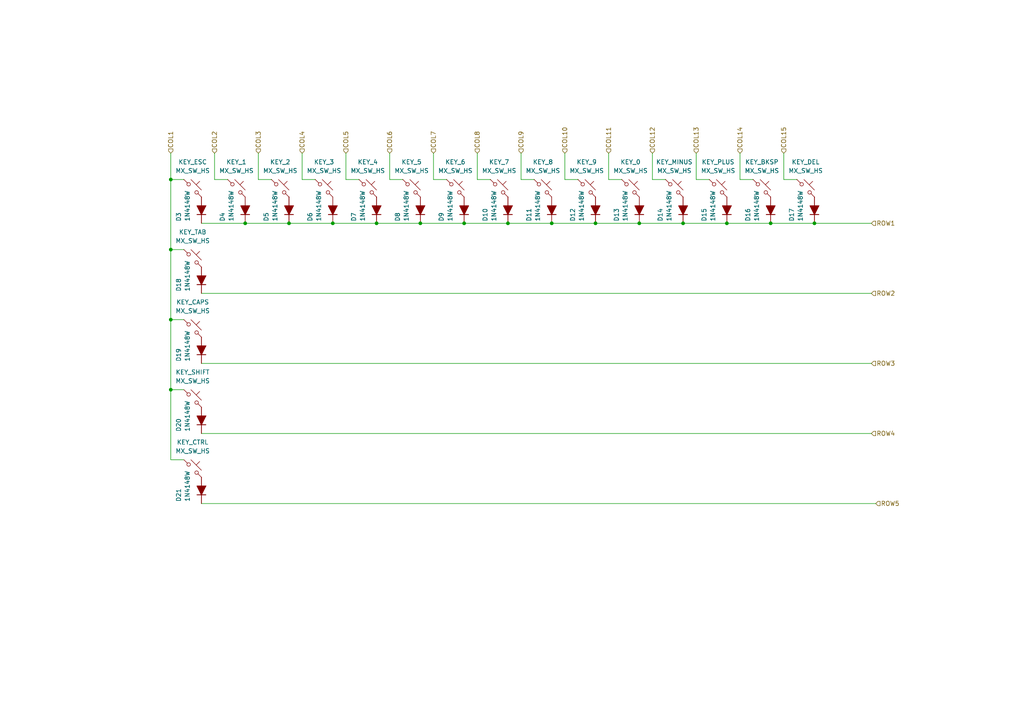
<source format=kicad_sch>
(kicad_sch (version 20250114) (generator "eeschema") (generator_version "9.0")
  (paper "A4")
  (lib_symbols
    (symbol "PCM_Diode_AKL:1N4148W" (pin_numbers (hide yes)) (pin_names (offset 1.016) (hide yes))
      (property "Reference" "D" (at 0 5.08 0))
      (property "Value" "1N4148W" (at 0 2.54 0))
      (symbol "1N4148W_0_1"
        (polyline (pts (xy -1.27 1.27) (xy -1.27 -1.27) (xy 1.27 0) (xy -1.27 1.27)) (stroke (width 0.254)) (fill (type outline)))
        (polyline (pts (xy -1.27 0) (xy 1.27 0)))
        (polyline (pts (xy 1.27 1.27) (xy 1.27 -1.27)) (stroke (width 0.254)))
      )
      (symbol "1N4148W_0_2"
        (polyline (pts (xy -2.54 -2.54) (xy 2.54 2.54)))
        (polyline (pts (xy -0.889 -0.889) (xy -1.778 0) (xy 0.889 0.889) (xy 0 -1.778) (xy -0.889 -0.889)) (stroke (width 0.254)) (fill (type outline)))
        (polyline (pts (xy 0 1.778) (xy 1.778 0)) (stroke (width 0.254)))
      )
      (symbol "1N4148W_1_1"
        (pin passive line (at -3.81 0 0) (length 2.54) (name "A") (number "2"))
        (pin passive line (at 3.81 0 180) (length 2.54) (name "K") (number "1"))
      )
      (symbol "1N4148W_1_2"
        (pin passive line (at -2.54 -2.54 0) (length 0) (name "A") (number "2"))
        (pin passive line (at 2.54 2.54 180) (length 0) (name "K") (number "1"))
      )
    )
    (symbol "PCM_marbastlib-mx:MX_SW_HS_CPG151101S11" (pin_numbers (hide yes)) (pin_names (offset 1.016) (hide yes))
      (property "Reference" "MX" (at 3.048 1.016 0))
      (property "Value" "MX_SW_HS" (at 0 -3.81 0))
      (symbol "MX_SW_HS_CPG151101S11_0_1"
        (polyline (pts (xy -2.54 2.54) (xy -1.524 1.524) (xy -1.524 1.524)))
        (circle (center -1.1684 1.1684) (radius 0.508))
        (polyline (pts (xy -0.508 2.54) (xy 2.54 -0.508)))
        (polyline (pts (xy 1.016 1.016) (xy 2.032 2.032)))
        (circle (center 1.143 -1.1938) (radius 0.508))
        (polyline (pts (xy 1.524 -1.524) (xy 2.54 -2.54) (xy 2.54 -2.54) (xy 2.54 -2.54)))
        (pin passive line (at -2.54 2.54 0) (length 0) (name "1") (number "1"))
        (pin passive line (at 2.54 -2.54 180) (length 0) (name "2") (number "2"))
      )
    )
  )
  (junction (at 109.22 64.77))
  (junction (at 71.12 64.77))
  (junction (at 96.52 64.77))
  (junction (at 223.52 64.77))
  (junction (at 198.12 64.77))
  (junction (at 49.53 72.39))
  (junction (at 121.92 64.77))
  (junction (at 134.62 64.77))
  (junction (at 49.53 113.03))
  (junction (at 49.53 52.07))
  (junction (at 172.72 64.77))
  (junction (at 160.02 64.77))
  (junction (at 83.82 64.77))
  (junction (at 210.82 64.77))
  (junction (at 147.32 64.77))
  (junction (at 49.53 92.71))
  (junction (at 185.42 64.77))
  (junction (at 236.22 64.77))
  (wire (pts (xy 138.43 44.45) (xy 138.43 52.07)))
  (wire (pts (xy 172.72 64.77) (xy 185.42 64.77)))
  (wire (pts (xy 151.13 44.45) (xy 151.13 52.07)))
  (wire (pts (xy 176.53 52.07) (xy 180.34 52.07)))
  (wire (pts (xy 49.53 113.03) (xy 53.34 113.03)))
  (wire (pts (xy 49.53 44.45) (xy 49.53 52.07)))
  (wire (pts (xy 49.53 133.35) (xy 53.34 133.35)))
  (wire (pts (xy 223.52 64.77) (xy 236.22 64.77)))
  (wire (pts (xy 49.53 92.71) (xy 53.34 92.71)))
  (wire (pts (xy 87.63 52.07) (xy 91.44 52.07)))
  (wire (pts (xy 83.82 64.77) (xy 96.52 64.77)))
  (wire (pts (xy 160.02 64.77) (xy 172.72 64.77)))
  (wire (pts (xy 163.83 52.07) (xy 167.64 52.07)))
  (wire (pts (xy 138.43 52.07) (xy 142.24 52.07)))
  (wire (pts (xy 227.33 44.45) (xy 227.33 52.07)))
  (wire (pts (xy 125.73 52.07) (xy 129.54 52.07)))
  (wire (pts (xy 252.73 85.09) (xy 58.42 85.09)))
  (wire (pts (xy 74.93 52.07) (xy 78.74 52.07)))
  (wire (pts (xy 198.12 64.77) (xy 210.82 64.77)))
  (wire (pts (xy 96.52 64.77) (xy 109.22 64.77)))
  (wire (pts (xy 87.63 44.45) (xy 87.63 52.07)))
  (wire (pts (xy 58.42 64.77) (xy 71.12 64.77)))
  (wire (pts (xy 176.53 44.45) (xy 176.53 52.07)))
  (wire (pts (xy 125.73 44.45) (xy 125.73 52.07)))
  (wire (pts (xy 201.93 52.07) (xy 205.74 52.07)))
  (wire (pts (xy 100.33 44.45) (xy 100.33 52.07)))
  (wire (pts (xy 252.73 125.73) (xy 58.42 125.73)))
  (wire (pts (xy 121.92 64.77) (xy 134.62 64.77)))
  (wire (pts (xy 62.23 52.07) (xy 66.04 52.07)))
  (wire (pts (xy 109.22 64.77) (xy 121.92 64.77)))
  (wire (pts (xy 214.63 52.07) (xy 218.44 52.07)))
  (wire (pts (xy 100.33 52.07) (xy 104.14 52.07)))
  (wire (pts (xy 49.53 72.39) (xy 49.53 92.71)))
  (wire (pts (xy 74.93 44.45) (xy 74.93 52.07)))
  (wire (pts (xy 151.13 52.07) (xy 154.94 52.07)))
  (wire (pts (xy 189.23 44.45) (xy 189.23 52.07)))
  (wire (pts (xy 49.53 52.07) (xy 53.34 52.07)))
  (wire (pts (xy 214.63 44.45) (xy 214.63 52.07)))
  (wire (pts (xy 254 146.05) (xy 58.42 146.05)))
  (wire (pts (xy 189.23 52.07) (xy 193.04 52.07)))
  (wire (pts (xy 71.12 64.77) (xy 83.82 64.77)))
  (wire (pts (xy 236.22 64.77) (xy 252.73 64.77)))
  (wire (pts (xy 227.33 52.07) (xy 231.14 52.07)))
  (wire (pts (xy 49.53 113.03) (xy 49.53 133.35)))
  (wire (pts (xy 163.83 44.45) (xy 163.83 52.07)))
  (wire (pts (xy 113.03 52.07) (xy 116.84 52.07)))
  (wire (pts (xy 252.73 105.41) (xy 58.42 105.41)))
  (wire (pts (xy 185.42 64.77) (xy 198.12 64.77)))
  (wire (pts (xy 62.23 44.45) (xy 62.23 52.07)))
  (wire (pts (xy 49.53 72.39) (xy 53.34 72.39)))
  (wire (pts (xy 134.62 64.77) (xy 147.32 64.77)))
  (wire (pts (xy 49.53 92.71) (xy 49.53 113.03)))
  (wire (pts (xy 210.82 64.77) (xy 223.52 64.77)))
  (wire (pts (xy 49.53 52.07) (xy 49.53 72.39)))
  (wire (pts (xy 147.32 64.77) (xy 160.02 64.77)))
  (wire (pts (xy 113.03 44.45) (xy 113.03 52.07)))
  (wire (pts (xy 201.93 44.45) (xy 201.93 52.07)))
  (hierarchical_label "COL2" (shape input) (at 62.23 44.45 90))
  (hierarchical_label "COL4" (shape input) (at 87.63 44.45 90))
  (hierarchical_label "ROW1" (shape input) (at 252.73 64.77 0))
  (hierarchical_label "COL7" (shape input) (at 125.73 44.45 90))
  (hierarchical_label "COL3" (shape input) (at 74.93 44.45 90))
  (hierarchical_label "COL6" (shape input) (at 113.03 44.45 90))
  (hierarchical_label "ROW4" (shape input) (at 252.73 125.73 0))
  (hierarchical_label "COL12" (shape input) (at 189.23 44.45 90))
  (hierarchical_label "ROW3" (shape input) (at 252.73 105.41 0))
  (hierarchical_label "COL11" (shape input) (at 176.53 44.45 90))
  (hierarchical_label "COL1" (shape input) (at 49.53 44.45 90))
  (hierarchical_label "COL13" (shape input) (at 201.93 44.45 90))
  (hierarchical_label "COL10" (shape input) (at 163.83 44.45 90))
  (hierarchical_label "ROW2" (shape input) (at 252.73 85.09 0))
  (hierarchical_label "COL14" (shape input) (at 214.63 44.45 90))
  (hierarchical_label "COL9" (shape input) (at 151.13 44.45 90))
  (hierarchical_label "COL8" (shape input) (at 138.43 44.45 90))
  (hierarchical_label "COL5" (shape input) (at 100.33 44.45 90))
  (hierarchical_label "COL15" (shape input) (at 227.33 44.45 90))
  (hierarchical_label "ROW5" (shape input) (at 254 146.05 0))
  (symbol (lib_id "PCM_Diode_AKL:1N4148W") (at 160.02 60.96 270) (unit 1)
    (property "Reference" "D11" (at 153.416 64.262 0) (effects (justify right)))
    (property "Value" "1N4148W" (at 155.956 64.262 0) (effects (justify right)))
    (property "Footprint" "PCM_Diode_SMD_AKL:D_SOD-123" (effects (hide yes)))
    (property "Datasheet" "https://datasheet.octopart.com/1N4148W-HE3-18-Vishay-datasheet-17291302.pdf" (effects (hide yes)))
    (property "Description" "SOD-123 Diode, Small Signal, Fast Switching, 75V, 150mA, 4ns, Alternate KiCad Library" (effects (hide yes)))
  )
  (symbol (lib_id "PCM_marbastlib-mx:MX_SW_HS_CPG151101S11") (at 182.88 54.61 0) (unit 1)
    (property "Reference" "KEY_0" (at 182.88 46.99 0))
    (property "Value" "MX_SW_HS" (at 182.88 49.53 0))
    (property "Footprint" "PCM_marbastlib-mx:SW_MX_HS_CPG151101S11_1u" (effects (hide yes)))
    (property "Description" "Push button switch, normally open, two pins, 45° tilted, Kailh CPG151101S11 for Cherry MX style switches" (effects (hide yes)))
  )
  (symbol (lib_id "PCM_marbastlib-mx:MX_SW_HS_CPG151101S11") (at 106.68 54.61 0) (unit 1)
    (property "Reference" "KEY_4" (at 106.68 46.99 0))
    (property "Value" "MX_SW_HS" (at 106.68 49.53 0))
    (property "Footprint" "PCM_marbastlib-mx:SW_MX_HS_CPG151101S11_1u" (effects (hide yes)))
    (property "Description" "Push button switch, normally open, two pins, 45° tilted, Kailh CPG151101S11 for Cherry MX style switches" (effects (hide yes)))
  )
  (symbol (lib_id "PCM_marbastlib-mx:MX_SW_HS_CPG151101S11") (at 81.28 54.61 0) (unit 1)
    (property "Reference" "KEY_2" (at 81.28 46.99 0))
    (property "Value" "MX_SW_HS" (at 81.28 49.53 0))
    (property "Footprint" "PCM_marbastlib-mx:SW_MX_HS_CPG151101S11_1u" (effects (hide yes)))
    (property "Description" "Push button switch, normally open, two pins, 45° tilted, Kailh CPG151101S11 for Cherry MX style switches" (effects (hide yes)))
  )
  (symbol (lib_id "PCM_marbastlib-mx:MX_SW_HS_CPG151101S11") (at 157.48 54.61 0) (unit 1)
    (property "Reference" "KEY_8" (at 157.48 46.99 0))
    (property "Value" "MX_SW_HS" (at 157.48 49.53 0))
    (property "Footprint" "PCM_marbastlib-mx:SW_MX_HS_CPG151101S11_1u" (effects (hide yes)))
    (property "Description" "Push button switch, normally open, two pins, 45° tilted, Kailh CPG151101S11 for Cherry MX style switches" (effects (hide yes)))
  )
  (symbol (lib_id "PCM_marbastlib-mx:MX_SW_HS_CPG151101S11") (at 144.78 54.61 0) (unit 1)
    (property "Reference" "KEY_7" (at 144.78 46.99 0))
    (property "Value" "MX_SW_HS" (at 144.78 49.53 0))
    (property "Footprint" "PCM_marbastlib-mx:SW_MX_HS_CPG151101S11_1u" (effects (hide yes)))
    (property "Description" "Push button switch, normally open, two pins, 45° tilted, Kailh CPG151101S11 for Cherry MX style switches" (effects (hide yes)))
  )
  (symbol (lib_id "PCM_marbastlib-mx:MX_SW_HS_CPG151101S11") (at 220.98 54.61 0) (unit 1)
    (property "Reference" "KEY_BKSP" (at 220.98 46.99 0))
    (property "Value" "MX_SW_HS" (at 220.98 49.53 0))
    (property "Footprint" "PCM_marbastlib-mx:SW_MX_HS_CPG151101S11_1u" (effects (hide yes)))
    (property "Description" "Push button switch, normally open, two pins, 45° tilted, Kailh CPG151101S11 for Cherry MX style switches" (effects (hide yes)))
  )
  (symbol (lib_id "PCM_marbastlib-mx:MX_SW_HS_CPG151101S11") (at 55.88 135.89 0) (unit 1)
    (property "Reference" "KEY_CTRL" (at 55.88 128.27 0))
    (property "Value" "MX_SW_HS" (at 55.88 130.81 0))
    (property "Footprint" "PCM_marbastlib-mx:SW_MX_HS_CPG151101S11_1u" (effects (hide yes)))
    (property "Description" "Push button switch, normally open, two pins, 45° tilted, Kailh CPG151101S11 for Cherry MX style switches" (effects (hide yes)))
  )
  (symbol (lib_id "PCM_Diode_AKL:1N4148W") (at 58.42 101.6 270) (unit 1)
    (property "Reference" "D19" (at 51.816 104.902 0) (effects (justify right)))
    (property "Value" "1N4148W" (at 54.356 104.902 0) (effects (justify right)))
    (property "Footprint" "PCM_Diode_SMD_AKL:D_SOD-123" (effects (hide yes)))
    (property "Datasheet" "https://datasheet.octopart.com/1N4148W-HE3-18-Vishay-datasheet-17291302.pdf" (effects (hide yes)))
    (property "Description" "SOD-123 Diode, Small Signal, Fast Switching, 75V, 150mA, 4ns, Alternate KiCad Library" (effects (hide yes)))
  )
  (symbol (lib_id "PCM_marbastlib-mx:MX_SW_HS_CPG151101S11") (at 55.88 54.61 0) (unit 1)
    (property "Reference" "KEY_ESC" (at 55.88 46.99 0))
    (property "Value" "MX_SW_HS" (at 55.88 49.53 0))
    (property "Footprint" "PCM_marbastlib-mx:SW_MX_HS_CPG151101S11_1u" (effects (hide yes)))
    (property "Description" "Push button switch, normally open, two pins, 45° tilted, Kailh CPG151101S11 for Cherry MX style switches" (effects (hide yes)))
  )
  (symbol (lib_id "PCM_marbastlib-mx:MX_SW_HS_CPG151101S11") (at 68.58 54.61 0) (unit 1)
    (property "Reference" "KEY_1" (at 68.58 46.99 0))
    (property "Value" "MX_SW_HS" (at 68.58 49.53 0))
    (property "Footprint" "PCM_marbastlib-mx:SW_MX_HS_CPG151101S11_1u" (effects (hide yes)))
    (property "Description" "Push button switch, normally open, two pins, 45° tilted, Kailh CPG151101S11 for Cherry MX style switches" (effects (hide yes)))
  )
  (symbol (lib_id "PCM_marbastlib-mx:MX_SW_HS_CPG151101S11") (at 93.98 54.61 0) (unit 1)
    (property "Reference" "KEY_3" (at 93.98 46.99 0))
    (property "Value" "MX_SW_HS" (at 93.98 49.53 0))
    (property "Footprint" "PCM_marbastlib-mx:SW_MX_HS_CPG151101S11_1u" (effects (hide yes)))
    (property "Description" "Push button switch, normally open, two pins, 45° tilted, Kailh CPG151101S11 for Cherry MX style switches" (effects (hide yes)))
  )
  (symbol (lib_id "PCM_marbastlib-mx:MX_SW_HS_CPG151101S11") (at 132.08 54.61 0) (unit 1)
    (property "Reference" "KEY_6" (at 132.08 46.99 0))
    (property "Value" "MX_SW_HS" (at 132.08 49.53 0))
    (property "Footprint" "PCM_marbastlib-mx:SW_MX_HS_CPG151101S11_1u" (effects (hide yes)))
    (property "Description" "Push button switch, normally open, two pins, 45° tilted, Kailh CPG151101S11 for Cherry MX style switches" (effects (hide yes)))
  )
  (symbol (lib_id "PCM_marbastlib-mx:MX_SW_HS_CPG151101S11") (at 233.68 54.61 0) (unit 1)
    (property "Reference" "KEY_DEL" (at 233.68 46.99 0))
    (property "Value" "MX_SW_HS" (at 233.68 49.53 0))
    (property "Footprint" "PCM_marbastlib-mx:SW_MX_HS_CPG151101S11_1u" (effects (hide yes)))
    (property "Description" "Push button switch, normally open, two pins, 45° tilted, Kailh CPG151101S11 for Cherry MX style switches" (effects (hide yes)))
  )
  (symbol (lib_id "PCM_Diode_AKL:1N4148W") (at 134.62 60.96 270) (unit 1)
    (property "Reference" "D9" (at 128.016 64.262 0) (effects (justify right)))
    (property "Value" "1N4148W" (at 130.556 64.262 0) (effects (justify right)))
    (property "Footprint" "PCM_Diode_SMD_AKL:D_SOD-123" (effects (hide yes)))
    (property "Datasheet" "https://datasheet.octopart.com/1N4148W-HE3-18-Vishay-datasheet-17291302.pdf" (effects (hide yes)))
    (property "Description" "SOD-123 Diode, Small Signal, Fast Switching, 75V, 150mA, 4ns, Alternate KiCad Library" (effects (hide yes)))
  )
  (symbol (lib_id "PCM_Diode_AKL:1N4148W") (at 58.42 142.24 270) (unit 1)
    (property "Reference" "D21" (at 51.816 145.542 0) (effects (justify right)))
    (property "Value" "1N4148W" (at 54.356 145.542 0) (effects (justify right)))
    (property "Footprint" "PCM_Diode_SMD_AKL:D_SOD-123" (effects (hide yes)))
    (property "Datasheet" "https://datasheet.octopart.com/1N4148W-HE3-18-Vishay-datasheet-17291302.pdf" (effects (hide yes)))
    (property "Description" "SOD-123 Diode, Small Signal, Fast Switching, 75V, 150mA, 4ns, Alternate KiCad Library" (effects (hide yes)))
  )
  (symbol (lib_id "PCM_Diode_AKL:1N4148W") (at 236.22 60.96 270) (unit 1)
    (property "Reference" "D17" (at 229.616 64.262 0) (effects (justify right)))
    (property "Value" "1N4148W" (at 232.156 64.262 0) (effects (justify right)))
    (property "Footprint" "PCM_Diode_SMD_AKL:D_SOD-123" (effects (hide yes)))
    (property "Datasheet" "https://datasheet.octopart.com/1N4148W-HE3-18-Vishay-datasheet-17291302.pdf" (effects (hide yes)))
    (property "Description" "SOD-123 Diode, Small Signal, Fast Switching, 75V, 150mA, 4ns, Alternate KiCad Library" (effects (hide yes)))
  )
  (symbol (lib_id "PCM_Diode_AKL:1N4148W") (at 58.42 121.92 270) (unit 1)
    (property "Reference" "D20" (at 51.816 125.222 0) (effects (justify right)))
    (property "Value" "1N4148W" (at 54.356 125.222 0) (effects (justify right)))
    (property "Footprint" "PCM_Diode_SMD_AKL:D_SOD-123" (effects (hide yes)))
    (property "Datasheet" "https://datasheet.octopart.com/1N4148W-HE3-18-Vishay-datasheet-17291302.pdf" (effects (hide yes)))
    (property "Description" "SOD-123 Diode, Small Signal, Fast Switching, 75V, 150mA, 4ns, Alternate KiCad Library" (effects (hide yes)))
  )
  (symbol (lib_id "PCM_Diode_AKL:1N4148W") (at 198.12 60.96 270) (unit 1)
    (property "Reference" "D14" (at 191.516 64.262 0) (effects (justify right)))
    (property "Value" "1N4148W" (at 194.056 64.262 0) (effects (justify right)))
    (property "Footprint" "PCM_Diode_SMD_AKL:D_SOD-123" (effects (hide yes)))
    (property "Datasheet" "https://datasheet.octopart.com/1N4148W-HE3-18-Vishay-datasheet-17291302.pdf" (effects (hide yes)))
    (property "Description" "SOD-123 Diode, Small Signal, Fast Switching, 75V, 150mA, 4ns, Alternate KiCad Library" (effects (hide yes)))
  )
  (symbol (lib_id "PCM_Diode_AKL:1N4148W") (at 96.52 60.96 270) (unit 1)
    (property "Reference" "D6" (at 89.916 64.262 0) (effects (justify right)))
    (property "Value" "1N4148W" (at 92.456 64.262 0) (effects (justify right)))
    (property "Footprint" "PCM_Diode_SMD_AKL:D_SOD-123" (effects (hide yes)))
    (property "Datasheet" "https://datasheet.octopart.com/1N4148W-HE3-18-Vishay-datasheet-17291302.pdf" (effects (hide yes)))
    (property "Description" "SOD-123 Diode, Small Signal, Fast Switching, 75V, 150mA, 4ns, Alternate KiCad Library" (effects (hide yes)))
  )
  (symbol (lib_id "PCM_Diode_AKL:1N4148W") (at 223.52 60.96 270) (unit 1)
    (property "Reference" "D16" (at 216.916 64.262 0) (effects (justify right)))
    (property "Value" "1N4148W" (at 219.456 64.262 0) (effects (justify right)))
    (property "Footprint" "PCM_Diode_SMD_AKL:D_SOD-123" (effects (hide yes)))
    (property "Datasheet" "https://datasheet.octopart.com/1N4148W-HE3-18-Vishay-datasheet-17291302.pdf" (effects (hide yes)))
    (property "Description" "SOD-123 Diode, Small Signal, Fast Switching, 75V, 150mA, 4ns, Alternate KiCad Library" (effects (hide yes)))
  )
  (symbol (lib_id "PCM_Diode_AKL:1N4148W") (at 109.22 60.96 270) (unit 1)
    (property "Reference" "D7" (at 102.616 64.262 0) (effects (justify right)))
    (property "Value" "1N4148W" (at 105.156 64.262 0) (effects (justify right)))
    (property "Footprint" "PCM_Diode_SMD_AKL:D_SOD-123" (effects (hide yes)))
    (property "Datasheet" "https://datasheet.octopart.com/1N4148W-HE3-18-Vishay-datasheet-17291302.pdf" (effects (hide yes)))
    (property "Description" "SOD-123 Diode, Small Signal, Fast Switching, 75V, 150mA, 4ns, Alternate KiCad Library" (effects (hide yes)))
  )
  (symbol (lib_id "PCM_Diode_AKL:1N4148W") (at 58.42 60.96 270) (unit 1)
    (property "Reference" "D3" (at 51.816 64.262 0) (effects (justify right)))
    (property "Value" "1N4148W" (at 54.356 64.262 0) (effects (justify right)))
    (property "Footprint" "PCM_Diode_SMD_AKL:D_SOD-123" (effects (hide yes)))
    (property "Datasheet" "https://datasheet.octopart.com/1N4148W-HE3-18-Vishay-datasheet-17291302.pdf" (effects (hide yes)))
    (property "Description" "SOD-123 Diode, Small Signal, Fast Switching, 75V, 150mA, 4ns, Alternate KiCad Library" (effects (hide yes)))
  )
  (symbol (lib_id "PCM_marbastlib-mx:MX_SW_HS_CPG151101S11") (at 170.18 54.61 0) (unit 1)
    (property "Reference" "KEY_9" (at 170.18 46.99 0))
    (property "Value" "MX_SW_HS" (at 170.18 49.53 0))
    (property "Footprint" "PCM_marbastlib-mx:SW_MX_HS_CPG151101S11_1u" (effects (hide yes)))
    (property "Description" "Push button switch, normally open, two pins, 45° tilted, Kailh CPG151101S11 for Cherry MX style switches" (effects (hide yes)))
  )
  (symbol (lib_id "PCM_Diode_AKL:1N4148W") (at 121.92 60.96 270) (unit 1)
    (property "Reference" "D8" (at 115.316 64.262 0) (effects (justify right)))
    (property "Value" "1N4148W" (at 117.856 64.262 0) (effects (justify right)))
    (property "Footprint" "PCM_Diode_SMD_AKL:D_SOD-123" (effects (hide yes)))
    (property "Datasheet" "https://datasheet.octopart.com/1N4148W-HE3-18-Vishay-datasheet-17291302.pdf" (effects (hide yes)))
    (property "Description" "SOD-123 Diode, Small Signal, Fast Switching, 75V, 150mA, 4ns, Alternate KiCad Library" (effects (hide yes)))
  )
  (symbol (lib_id "PCM_marbastlib-mx:MX_SW_HS_CPG151101S11") (at 119.38 54.61 0) (unit 1)
    (property "Reference" "KEY_5" (at 119.38 46.99 0))
    (property "Value" "MX_SW_HS" (at 119.38 49.53 0))
    (property "Footprint" "PCM_marbastlib-mx:SW_MX_HS_CPG151101S11_1u" (effects (hide yes)))
    (property "Description" "Push button switch, normally open, two pins, 45° tilted, Kailh CPG151101S11 for Cherry MX style switches" (effects (hide yes)))
  )
  (symbol (lib_id "PCM_Diode_AKL:1N4148W") (at 185.42 60.96 270) (unit 1)
    (property "Reference" "D13" (at 178.816 64.262 0) (effects (justify right)))
    (property "Value" "1N4148W" (at 181.356 64.262 0) (effects (justify right)))
    (property "Footprint" "PCM_Diode_SMD_AKL:D_SOD-123" (effects (hide yes)))
    (property "Datasheet" "https://datasheet.octopart.com/1N4148W-HE3-18-Vishay-datasheet-17291302.pdf" (effects (hide yes)))
    (property "Description" "SOD-123 Diode, Small Signal, Fast Switching, 75V, 150mA, 4ns, Alternate KiCad Library" (effects (hide yes)))
  )
  (symbol (lib_id "PCM_marbastlib-mx:MX_SW_HS_CPG151101S11") (at 195.58 54.61 0) (unit 1)
    (property "Reference" "KEY_MINUS" (at 195.58 46.99 0))
    (property "Value" "MX_SW_HS" (at 195.58 49.53 0))
    (property "Footprint" "PCM_marbastlib-mx:SW_MX_HS_CPG151101S11_1u" (effects (hide yes)))
    (property "Description" "Push button switch, normally open, two pins, 45° tilted, Kailh CPG151101S11 for Cherry MX style switches" (effects (hide yes)))
  )
  (symbol (lib_id "PCM_Diode_AKL:1N4148W") (at 210.82 60.96 270) (unit 1)
    (property "Reference" "D15" (at 204.216 64.262 0) (effects (justify right)))
    (property "Value" "1N4148W" (at 206.756 64.262 0) (effects (justify right)))
    (property "Footprint" "PCM_Diode_SMD_AKL:D_SOD-123" (effects (hide yes)))
    (property "Datasheet" "https://datasheet.octopart.com/1N4148W-HE3-18-Vishay-datasheet-17291302.pdf" (effects (hide yes)))
    (property "Description" "SOD-123 Diode, Small Signal, Fast Switching, 75V, 150mA, 4ns, Alternate KiCad Library" (effects (hide yes)))
  )
  (symbol (lib_id "PCM_Diode_AKL:1N4148W") (at 83.82 60.96 270) (unit 1)
    (property "Reference" "D5" (at 77.216 64.262 0) (effects (justify right)))
    (property "Value" "1N4148W" (at 79.756 64.262 0) (effects (justify right)))
    (property "Footprint" "PCM_Diode_SMD_AKL:D_SOD-123" (effects (hide yes)))
    (property "Datasheet" "https://datasheet.octopart.com/1N4148W-HE3-18-Vishay-datasheet-17291302.pdf" (effects (hide yes)))
    (property "Description" "SOD-123 Diode, Small Signal, Fast Switching, 75V, 150mA, 4ns, Alternate KiCad Library" (effects (hide yes)))
  )
  (symbol (lib_id "PCM_Diode_AKL:1N4148W") (at 71.12 60.96 270) (unit 1)
    (property "Reference" "D4" (at 64.516 64.262 0) (effects (justify right)))
    (property "Value" "1N4148W" (at 67.056 64.262 0) (effects (justify right)))
    (property "Footprint" "PCM_Diode_SMD_AKL:D_SOD-123" (effects (hide yes)))
    (property "Datasheet" "https://datasheet.octopart.com/1N4148W-HE3-18-Vishay-datasheet-17291302.pdf" (effects (hide yes)))
    (property "Description" "SOD-123 Diode, Small Signal, Fast Switching, 75V, 150mA, 4ns, Alternate KiCad Library" (effects (hide yes)))
  )
  (symbol (lib_id "PCM_Diode_AKL:1N4148W") (at 58.42 81.28 270) (unit 1)
    (property "Reference" "D18" (at 51.816 84.582 0) (effects (justify right)))
    (property "Value" "1N4148W" (at 54.356 84.582 0) (effects (justify right)))
    (property "Footprint" "PCM_Diode_SMD_AKL:D_SOD-123" (effects (hide yes)))
    (property "Datasheet" "https://datasheet.octopart.com/1N4148W-HE3-18-Vishay-datasheet-17291302.pdf" (effects (hide yes)))
    (property "Description" "SOD-123 Diode, Small Signal, Fast Switching, 75V, 150mA, 4ns, Alternate KiCad Library" (effects (hide yes)))
  )
  (symbol (lib_id "PCM_Diode_AKL:1N4148W") (at 147.32 60.96 270) (unit 1)
    (property "Reference" "D10" (at 140.716 64.262 0) (effects (justify right)))
    (property "Value" "1N4148W" (at 143.256 64.262 0) (effects (justify right)))
    (property "Footprint" "PCM_Diode_SMD_AKL:D_SOD-123" (effects (hide yes)))
    (property "Datasheet" "https://datasheet.octopart.com/1N4148W-HE3-18-Vishay-datasheet-17291302.pdf" (effects (hide yes)))
    (property "Description" "SOD-123 Diode, Small Signal, Fast Switching, 75V, 150mA, 4ns, Alternate KiCad Library" (effects (hide yes)))
  )
  (symbol (lib_id "PCM_marbastlib-mx:MX_SW_HS_CPG151101S11") (at 55.88 74.93 0) (unit 1)
    (property "Reference" "KEY_TAB" (at 55.88 67.31 0))
    (property "Value" "MX_SW_HS" (at 55.88 69.85 0))
    (property "Footprint" "PCM_marbastlib-mx:SW_MX_HS_CPG151101S11_1u" (effects (hide yes)))
    (property "Description" "Push button switch, normally open, two pins, 45° tilted, Kailh CPG151101S11 for Cherry MX style switches" (effects (hide yes)))
  )
  (symbol (lib_id "PCM_marbastlib-mx:MX_SW_HS_CPG151101S11") (at 55.88 95.25 0) (unit 1)
    (property "Reference" "KEY_CAPS" (at 55.88 87.63 0))
    (property "Value" "MX_SW_HS" (at 55.88 90.17 0))
    (property "Footprint" "PCM_marbastlib-mx:SW_MX_HS_CPG151101S11_1u" (effects (hide yes)))
    (property "Description" "Push button switch, normally open, two pins, 45° tilted, Kailh CPG151101S11 for Cherry MX style switches" (effects (hide yes)))
  )
  (symbol (lib_id "PCM_marbastlib-mx:MX_SW_HS_CPG151101S11") (at 55.88 115.57 0) (unit 1)
    (property "Reference" "KEY_SHIFT" (at 55.88 107.95 0))
    (property "Value" "MX_SW_HS" (at 55.88 110.49 0))
    (property "Footprint" "PCM_marbastlib-mx:SW_MX_HS_CPG151101S11_1u" (effects (hide yes)))
    (property "Description" "Push button switch, normally open, two pins, 45° tilted, Kailh CPG151101S11 for Cherry MX style switches" (effects (hide yes)))
  )
  (symbol (lib_id "PCM_Diode_AKL:1N4148W") (at 172.72 60.96 270) (unit 1)
    (property "Reference" "D12" (at 166.116 64.262 0) (effects (justify right)))
    (property "Value" "1N4148W" (at 168.656 64.262 0) (effects (justify right)))
    (property "Footprint" "PCM_Diode_SMD_AKL:D_SOD-123" (effects (hide yes)))
    (property "Datasheet" "https://datasheet.octopart.com/1N4148W-HE3-18-Vishay-datasheet-17291302.pdf" (effects (hide yes)))
    (property "Description" "SOD-123 Diode, Small Signal, Fast Switching, 75V, 150mA, 4ns, Alternate KiCad Library" (effects (hide yes)))
  )
  (symbol (lib_id "PCM_marbastlib-mx:MX_SW_HS_CPG151101S11") (at 208.28 54.61 0) (unit 1)
    (property "Reference" "KEY_PLUS" (at 208.28 46.99 0))
    (property "Value" "MX_SW_HS" (at 208.28 49.53 0))
    (property "Footprint" "PCM_marbastlib-mx:SW_MX_HS_CPG151101S11_1u" (effects (hide yes)))
    (property "Description" "Push button switch, normally open, two pins, 45° tilted, Kailh CPG151101S11 for Cherry MX style switches" (effects (hide yes)))
  )
)
</source>
